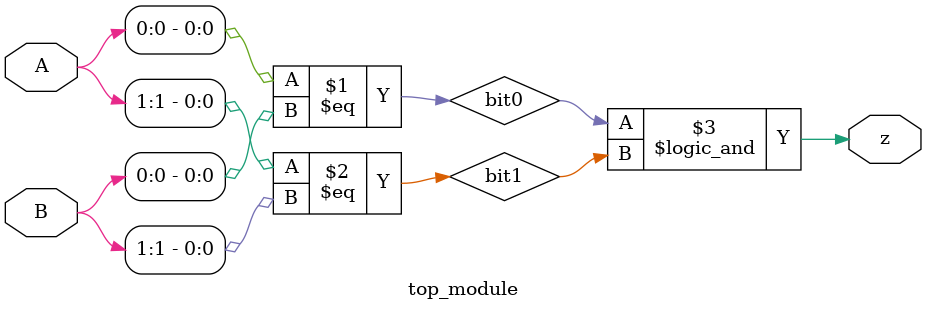
<source format=sv>
module top_module(
	input [1:0] A,
	input [1:0] B,
	output z);

	// Add missing semicolon
	// Define wire for each bit comparison
	wire bit0, bit1;
	
	// Compare each bit
	assign bit0 = (A[0] == B[0]);
	assign bit1 = (A[1] == B[1]);
	
	// Output z is 1 if both bits are equal, otherwise 0
	// Missing assignment for z
	assign z = (bit0 && bit1);
	
endmodule

</source>
